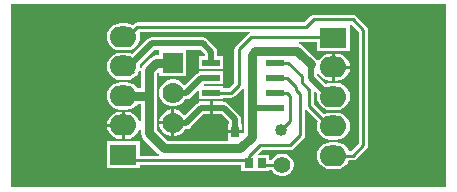
<source format=gtl>
G04*
G04 #@! TF.GenerationSoftware,Altium Limited,CircuitMaker,2.2.1 (2.2.1.6)*
G04*
G04 Layer_Physical_Order=1*
G04 Layer_Color=25308*
%FSLAX24Y24*%
%MOIN*%
G70*
G04*
G04 #@! TF.SameCoordinates,CDB163E5-030E-4182-BE1C-8E83F9AF5388*
G04*
G04*
G04 #@! TF.FilePolarity,Positive*
G04*
G01*
G75*
%ADD11C,0.0100*%
%ADD14R,0.0610X0.0236*%
%ADD15R,0.0276X0.0335*%
%ADD16R,0.0256X0.0354*%
%ADD17C,0.0400*%
%ADD27C,0.0200*%
%ADD28C,0.0300*%
%ADD29O,0.0900X0.0700*%
%ADD30R,0.0900X0.0700*%
%ADD31R,0.0700X0.0700*%
%ADD32C,0.0700*%
%ADD33C,0.0550*%
G36*
X23250Y9350D02*
X8750Y9350D01*
X8750Y15450D01*
X23250Y15450D01*
X23250Y9350D01*
X23250Y9350D02*
G37*
%LPC*%
G36*
X20150Y15103D02*
X18850Y15103D01*
X18791Y15091D01*
X18742Y15058D01*
X18537Y14853D01*
X12963Y14853D01*
X12904Y14841D01*
X12855Y14808D01*
X12814Y14767D01*
X12717Y14807D01*
X12600Y14822D01*
X12400Y14822D01*
X12283Y14807D01*
X12173Y14762D01*
X12079Y14689D01*
X12007Y14595D01*
X11962Y14486D01*
X11946Y14369D01*
X11962Y14251D01*
X12007Y14142D01*
X12079Y14048D01*
X12173Y13975D01*
X12283Y13930D01*
X12400Y13915D01*
X12600Y13915D01*
X12717Y13930D01*
X12827Y13975D01*
X12921Y14048D01*
X12993Y14142D01*
X13038Y14251D01*
X13054Y14369D01*
X13038Y14486D01*
X13034Y14497D01*
X13067Y14547D01*
X16716Y14547D01*
X16720Y14497D01*
X16691Y14491D01*
X16642Y14458D01*
X16242Y14058D01*
X16209Y14009D01*
X16197Y13950D01*
X16197Y12813D01*
X16037Y12653D01*
X15829Y12653D01*
X15829Y12718D01*
X15215Y12718D01*
X15190Y12768D01*
X15200Y12782D01*
X15829Y12782D01*
X15829Y13218D01*
X15019Y13218D01*
X15019Y13186D01*
X14956Y13144D01*
X14568Y12756D01*
X14518Y12763D01*
X14510Y12776D01*
X14426Y12860D01*
X14324Y12919D01*
X14209Y12950D01*
X14091Y12950D01*
X13976Y12919D01*
X13874Y12860D01*
X13790Y12776D01*
X13731Y12674D01*
X13700Y12559D01*
X13700Y12441D01*
X13731Y12326D01*
X13790Y12224D01*
X13874Y12140D01*
X13976Y12081D01*
X14091Y12050D01*
X14209Y12050D01*
X14324Y12081D01*
X14426Y12140D01*
X14510Y12224D01*
X14552Y12296D01*
X14600Y12296D01*
X14678Y12312D01*
X14744Y12356D01*
X14973Y12584D01*
X15019Y12565D01*
X15019Y12282D01*
X15829Y12282D01*
X15829Y12347D01*
X16100Y12347D01*
X16159Y12359D01*
X16208Y12392D01*
X16458Y12642D01*
X16471Y12661D01*
X16521Y12645D01*
X16521Y12000D01*
X16521Y11152D01*
X16502Y11138D01*
X16479Y11150D01*
X16224Y11150D01*
X15996Y11150D01*
X15996Y10923D01*
X15954Y10905D01*
X13956Y10905D01*
X13605Y11256D01*
X13605Y12400D01*
X13605Y13144D01*
X13654Y13193D01*
X13700Y13174D01*
X13700Y13050D01*
X14600Y13050D01*
X14600Y13946D01*
X15066Y13946D01*
X15220Y13792D01*
X15220Y13718D01*
X15019Y13718D01*
X15019Y13282D01*
X15829Y13282D01*
X15829Y13718D01*
X15628Y13718D01*
X15628Y13876D01*
X15612Y13954D01*
X15568Y14020D01*
X15294Y14294D01*
X15228Y14338D01*
X15150Y14354D01*
X13450Y14354D01*
X13372Y14338D01*
X13306Y14294D01*
X12800Y13788D01*
X12717Y13823D01*
X12600Y13838D01*
X12400Y13838D01*
X12283Y13823D01*
X12173Y13777D01*
X12079Y13705D01*
X12007Y13611D01*
X11962Y13502D01*
X11946Y13384D01*
X11962Y13267D01*
X12007Y13157D01*
X12079Y13063D01*
X12173Y12991D01*
X12283Y12946D01*
X12400Y12930D01*
X12600Y12930D01*
X12717Y12946D01*
X12827Y12991D01*
X12916Y13060D01*
X12946Y13079D01*
X12979Y13129D01*
X12981Y13142D01*
X12993Y13157D01*
X13038Y13267D01*
X13054Y13384D01*
X13044Y13456D01*
X13534Y13946D01*
X13700Y13946D01*
X13700Y13755D01*
X13600Y13755D01*
X13502Y13736D01*
X13420Y13680D01*
X13170Y13430D01*
X13115Y13348D01*
X13095Y13250D01*
X13095Y12655D01*
X12972Y12655D01*
X12921Y12721D01*
X12827Y12793D01*
X12717Y12838D01*
X12600Y12854D01*
X12400Y12854D01*
X12283Y12838D01*
X12173Y12793D01*
X12079Y12721D01*
X12007Y12627D01*
X11962Y12517D01*
X11946Y12400D01*
X11962Y12283D01*
X12007Y12173D01*
X12079Y12079D01*
X12173Y12007D01*
X12283Y11962D01*
X12400Y11946D01*
X12600Y11946D01*
X12717Y11962D01*
X12827Y12007D01*
X12921Y12079D01*
X12972Y12145D01*
X13095Y12145D01*
X13095Y11486D01*
X13045Y11482D01*
X13038Y11533D01*
X12993Y11643D01*
X12921Y11737D01*
X12827Y11809D01*
X12717Y11854D01*
X12600Y11870D01*
X12550Y11870D01*
X12550Y11416D01*
X12550Y10962D01*
X12600Y10962D01*
X12717Y10977D01*
X12827Y11023D01*
X12921Y11095D01*
X12993Y11189D01*
X13038Y11298D01*
X13045Y11349D01*
X13095Y11346D01*
X13095Y11150D01*
X13115Y11052D01*
X13170Y10970D01*
X13670Y10470D01*
X13695Y10453D01*
X13680Y10403D01*
X13050Y10403D01*
X13050Y10882D01*
X11950Y10882D01*
X11950Y9981D01*
X13050Y9981D01*
X13050Y10097D01*
X16436Y10097D01*
X16436Y9883D01*
X17364Y9883D01*
X17364Y9947D01*
X17455Y9947D01*
X17500Y9870D01*
X17570Y9800D01*
X17655Y9751D01*
X17751Y9725D01*
X17849Y9725D01*
X17945Y9751D01*
X18030Y9800D01*
X18100Y9870D01*
X18149Y9955D01*
X18175Y10051D01*
X18175Y10149D01*
X18149Y10245D01*
X18100Y10330D01*
X18030Y10400D01*
X17945Y10449D01*
X17849Y10475D01*
X17751Y10475D01*
X17655Y10449D01*
X17570Y10400D01*
X17500Y10330D01*
X17455Y10253D01*
X17364Y10253D01*
X17364Y10417D01*
X16999Y10417D01*
X16980Y10464D01*
X17113Y10597D01*
X18050Y10597D01*
X18109Y10609D01*
X18158Y10642D01*
X18508Y10992D01*
X18541Y11041D01*
X18553Y11100D01*
X18553Y11912D01*
X18559Y11917D01*
X18603Y11931D01*
X18980Y11553D01*
X18962Y11508D01*
X18946Y11391D01*
X18962Y11273D01*
X19007Y11164D01*
X19079Y11070D01*
X19173Y10998D01*
X19283Y10953D01*
X19400Y10937D01*
X19600Y10937D01*
X19717Y10953D01*
X19827Y10998D01*
X19921Y11070D01*
X19993Y11164D01*
X20038Y11273D01*
X20054Y11391D01*
X20038Y11508D01*
X19993Y11618D01*
X19921Y11712D01*
X19827Y11784D01*
X19717Y11829D01*
X19600Y11845D01*
X19400Y11845D01*
X19283Y11829D01*
X19180Y11787D01*
X18853Y12113D01*
X18853Y12538D01*
X18903Y12559D01*
X18964Y12498D01*
X18962Y12493D01*
X18946Y12375D01*
X18962Y12258D01*
X19007Y12148D01*
X19079Y12054D01*
X19173Y11982D01*
X19283Y11937D01*
X19400Y11921D01*
X19600Y11921D01*
X19717Y11937D01*
X19827Y11982D01*
X19921Y12054D01*
X19993Y12148D01*
X20038Y12258D01*
X20054Y12375D01*
X20038Y12493D01*
X19993Y12602D01*
X19921Y12696D01*
X19827Y12768D01*
X19717Y12814D01*
X19600Y12829D01*
X19400Y12829D01*
X19283Y12814D01*
X19242Y12797D01*
X18956Y13082D01*
X18960Y13116D01*
X18991Y13127D01*
X19011Y13128D01*
X19079Y13039D01*
X19173Y12966D01*
X19283Y12921D01*
X19400Y12906D01*
X19450Y12906D01*
X19450Y13359D01*
X19450Y13813D01*
X19400Y13813D01*
X19283Y13798D01*
X19173Y13753D01*
X19079Y13680D01*
X19014Y13595D01*
X18978Y13590D01*
X18955Y13593D01*
X18930Y13630D01*
X18480Y14080D01*
X18398Y14136D01*
X18339Y14147D01*
X18344Y14197D01*
X18950Y14197D01*
X18950Y13894D01*
X20050Y13894D01*
X20050Y14765D01*
X20100Y14784D01*
X20347Y14537D01*
X20347Y10813D01*
X20093Y10560D01*
X20024Y10560D01*
X19993Y10634D01*
X19921Y10728D01*
X19827Y10800D01*
X19717Y10845D01*
X19600Y10861D01*
X19400Y10861D01*
X19283Y10845D01*
X19173Y10800D01*
X19079Y10728D01*
X19007Y10634D01*
X18962Y10524D01*
X18946Y10407D01*
X18962Y10289D01*
X19007Y10180D01*
X19079Y10086D01*
X19173Y10014D01*
X19283Y9968D01*
X19400Y9953D01*
X19600Y9953D01*
X19717Y9968D01*
X19827Y10014D01*
X19921Y10086D01*
X19993Y10180D01*
X20024Y10254D01*
X20157Y10254D01*
X20215Y10265D01*
X20265Y10299D01*
X20608Y10642D01*
X20641Y10691D01*
X20653Y10750D01*
X20653Y14600D01*
X20641Y14659D01*
X20608Y14708D01*
X20258Y15058D01*
X20209Y15091D01*
X20150Y15103D01*
X20150Y15103D02*
G37*
G36*
X19600Y13813D02*
X19550Y13813D01*
X19550Y13409D01*
X20047Y13409D01*
X20038Y13477D01*
X19993Y13586D01*
X19921Y13680D01*
X19827Y13753D01*
X19717Y13798D01*
X19600Y13813D01*
X19600Y13813D02*
G37*
G36*
X20047Y13309D02*
X19550Y13309D01*
X19550Y12906D01*
X19600Y12906D01*
X19717Y12921D01*
X19827Y12966D01*
X19921Y13039D01*
X19993Y13133D01*
X20038Y13242D01*
X20047Y13309D01*
X20047Y13309D02*
G37*
G36*
X15374Y12218D02*
X15019Y12218D01*
X15019Y12186D01*
X14956Y12144D01*
X14568Y11756D01*
X14518Y11763D01*
X14510Y11776D01*
X14426Y11860D01*
X14324Y11919D01*
X14209Y11950D01*
X14200Y11950D01*
X14200Y11500D01*
X14200Y11050D01*
X14209Y11050D01*
X14324Y11081D01*
X14426Y11140D01*
X14510Y11224D01*
X14552Y11296D01*
X14600Y11296D01*
X14678Y11312D01*
X14744Y11356D01*
X15170Y11782D01*
X15374Y11782D01*
X15374Y12000D01*
X15374Y12218D01*
X15374Y12218D02*
G37*
G36*
X14100Y11950D02*
X14091Y11950D01*
X13976Y11919D01*
X13874Y11860D01*
X13790Y11776D01*
X13731Y11674D01*
X13700Y11559D01*
X13700Y11550D01*
X14100Y11550D01*
X14100Y11950D01*
X14100Y11950D02*
G37*
G36*
X12450Y11870D02*
X12400Y11870D01*
X12283Y11854D01*
X12173Y11809D01*
X12079Y11737D01*
X12007Y11643D01*
X11962Y11533D01*
X11953Y11466D01*
X12450Y11466D01*
X12450Y11870D01*
X12450Y11870D02*
G37*
G36*
X15829Y12218D02*
X15474Y12218D01*
X15474Y12000D01*
X15474Y11782D01*
X15780Y11782D01*
X16020Y11541D01*
X16020Y11477D01*
X15996Y11477D01*
X15996Y11250D01*
X16224Y11250D01*
X16452Y11250D01*
X16452Y11477D01*
X16428Y11477D01*
X16428Y11626D01*
X16413Y11704D01*
X16369Y11770D01*
X16369Y11770D01*
X15994Y12144D01*
X15928Y12188D01*
X15850Y12204D01*
X15829Y12204D01*
X15829Y12218D01*
X15829Y12218D02*
G37*
G36*
X14100Y11450D02*
X13700Y11450D01*
X13700Y11441D01*
X13731Y11326D01*
X13790Y11224D01*
X13874Y11140D01*
X13976Y11081D01*
X14091Y11050D01*
X14100Y11050D01*
X14100Y11450D01*
X14100Y11450D02*
G37*
G36*
X12450Y11366D02*
X11953Y11366D01*
X11962Y11298D01*
X12007Y11189D01*
X12079Y11095D01*
X12173Y11023D01*
X12283Y10977D01*
X12400Y10962D01*
X12450Y10962D01*
X12450Y11366D01*
X12450Y11366D02*
G37*
%LPD*%
D11*
X19350Y14350D02*
X19500Y14200D01*
X16350Y13950D02*
X16750Y14350D01*
X16350Y12750D02*
X16350Y13950D01*
X16100Y12500D02*
X16350Y12750D01*
X16699Y10399D02*
X17050Y10750D01*
X16699Y10125D02*
X16699Y10399D01*
X17050Y10750D02*
X18050Y10750D01*
X12400Y10250D02*
X16624Y10250D01*
X18400Y11100D02*
X18400Y12450D01*
X18250Y12600D02*
X18400Y12450D01*
X18250Y12600D02*
X18250Y12700D01*
X19350Y11400D02*
X19600Y11400D01*
X18700Y12050D02*
X18700Y12600D01*
X18450Y12850D02*
X18700Y12600D01*
X18450Y12850D02*
X18450Y13050D01*
X17950Y13000D02*
X18250Y12700D01*
X17550Y13000D02*
X17950Y13000D01*
X18000Y13500D02*
X18450Y13050D01*
X17550Y13500D02*
X18000Y13500D01*
X18700Y12050D02*
X19350Y11400D01*
X18050Y10750D02*
X18400Y11100D01*
X16624Y10250D02*
X16699Y10125D01*
X18050Y11550D02*
X18050Y12400D01*
X17750Y11250D02*
X18050Y11550D01*
X12500Y13187D02*
X12837Y13187D01*
X12500Y14500D02*
X12631Y14369D01*
X12963Y14700D02*
X18600Y14700D01*
X12631Y14369D02*
X12963Y14700D01*
X12500Y14369D02*
X12631Y14369D01*
X12750Y14250D01*
X18850Y14950D02*
X20150Y14950D01*
X18600Y14700D02*
X18850Y14950D01*
X15424Y12500D02*
X16100Y12500D01*
X12500Y13384D02*
X12684Y13384D01*
X16750Y14350D02*
X19350Y14350D01*
X17226Y10100D02*
X17800Y10100D01*
X17176Y10150D02*
X17226Y10100D01*
X17950Y12500D02*
X18050Y12400D01*
X17550Y12500D02*
X17950Y12500D01*
X20500Y10750D02*
X20500Y14600D01*
X20157Y10407D02*
X20500Y10750D01*
X19500Y10407D02*
X20157Y10407D01*
X20150Y14950D02*
X20500Y14600D01*
D14*
X15424Y13500D02*
D03*
X15424Y13000D02*
D03*
X15424Y12500D02*
D03*
X15424Y12000D02*
D03*
X17550Y13500D02*
D03*
X17550Y13000D02*
D03*
X17550Y12500D02*
D03*
X17550Y12000D02*
D03*
D15*
X16674Y10150D02*
D03*
X17126Y10150D02*
D03*
D16*
X16776Y11200D02*
D03*
X16224Y11200D02*
D03*
D17*
X17750Y11250D02*
D03*
D27*
X16776Y12000D02*
X17550Y12000D01*
X19375Y12375D02*
X19500Y12375D01*
X18750Y13000D02*
X19375Y12375D01*
X18750Y13000D02*
X18750Y13450D01*
X15424Y13500D02*
X15424Y13876D01*
X15150Y14150D02*
X15424Y13876D01*
X13450Y14150D02*
X15150Y14150D01*
X16224Y11300D02*
X16224Y11626D01*
X15850Y12000D02*
X16224Y11626D01*
X15424Y12000D02*
X15850Y12000D01*
X12684Y13384D02*
X13450Y14150D01*
X15100Y12000D02*
X15424Y12000D01*
X14600Y11500D02*
X15100Y12000D01*
X14150Y11500D02*
X14600Y11500D01*
X15100Y13000D02*
X15424Y13000D01*
X14600Y12500D02*
X15100Y13000D01*
X14150Y12500D02*
X14600Y12500D01*
D28*
X16776Y11200D02*
X16776Y12000D01*
X13850Y10650D02*
X16400Y10650D01*
X13350Y11150D02*
X13850Y10650D01*
X13350Y11150D02*
X13350Y12400D01*
X12500Y12400D02*
X13350Y12400D01*
X16400Y10650D02*
X16776Y11026D01*
X18300Y13900D02*
X18750Y13450D01*
X16900Y13900D02*
X18300Y13900D01*
X13600Y13500D02*
X14150Y13500D01*
X13350Y13250D02*
X13600Y13500D01*
X13350Y12400D02*
X13350Y13250D01*
X16776Y11026D02*
X16776Y11200D01*
X16776Y13776D02*
X16900Y13900D01*
X16776Y12000D02*
X16776Y13776D01*
D29*
X12500Y12400D02*
D03*
X12500Y11416D02*
D03*
X12500Y13384D02*
D03*
X12500Y14369D02*
D03*
X19500Y12375D02*
D03*
X19500Y13359D02*
D03*
X19500Y11391D02*
D03*
X19500Y10407D02*
D03*
D30*
X12500Y10431D02*
D03*
X19500Y14344D02*
D03*
D31*
X14150Y13500D02*
D03*
D32*
X14150Y11500D02*
D03*
X14150Y12500D02*
D03*
D33*
X17800Y10100D02*
D03*
M02*

</source>
